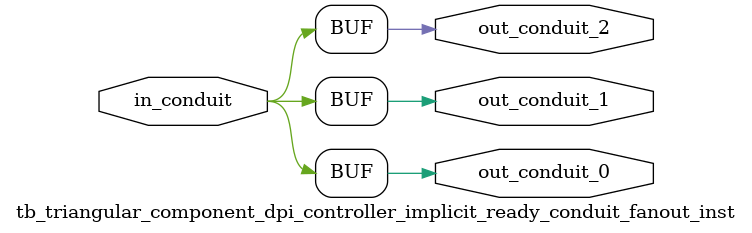
<source format=sv>


 


// --------------------------------------------------------------------------------
//| Avalon Conduit Fan-Out
// --------------------------------------------------------------------------------

// ------------------------------------------
// Generation parameters:
//   output_name:       tb_triangular_component_dpi_controller_implicit_ready_conduit_fanout_inst
//   numFanOut:         3
//   
// ------------------------------------------

module tb_triangular_component_dpi_controller_implicit_ready_conduit_fanout_inst (     

// Interface: out_conduit_0
 output                    out_conduit_0,
// Interface: out_conduit_1
 output                    out_conduit_1,
// Interface: out_conduit_2
 output                    out_conduit_2,

// Interface: in_conduit
 input                   in_conduit

);

   assign  out_conduit_0 = in_conduit;
   assign  out_conduit_1 = in_conduit;
   assign  out_conduit_2 = in_conduit;

endmodule //


</source>
